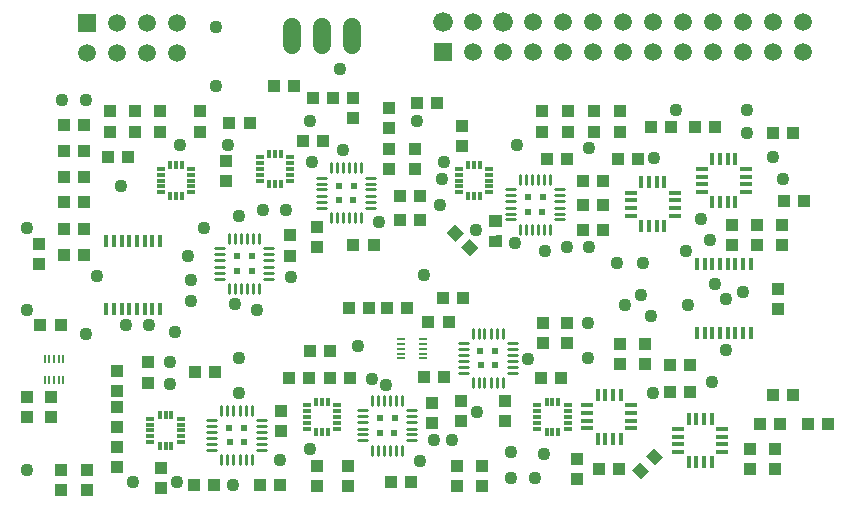
<source format=gts>
G75*
G70*
%OFA0B0*%
%FSLAX24Y24*%
%IPPOS*%
%LPD*%
%AMOC8*
5,1,8,0,0,1.08239X$1,22.5*
%
%ADD10R,0.0190X0.0190*%
%ADD11C,0.0100*%
%ADD12R,0.0315X0.0118*%
%ADD13R,0.0118X0.0315*%
%ADD14R,0.0394X0.0433*%
%ADD15R,0.0433X0.0394*%
%ADD16R,0.0394X0.0157*%
%ADD17R,0.0157X0.0394*%
%ADD18R,0.0315X0.0087*%
%ADD19R,0.0087X0.0315*%
%ADD20R,0.0120X0.0390*%
%ADD21C,0.0600*%
%ADD22R,0.0594X0.0594*%
%ADD23C,0.0660*%
%ADD24C,0.0594*%
%ADD25C,0.0436*%
D10*
X008873Y003243D03*
X008868Y003718D03*
X009368Y003718D03*
X009353Y003243D03*
X013881Y003557D03*
X013876Y004032D03*
X014376Y004032D03*
X014361Y003557D03*
X017243Y005806D03*
X017723Y005806D03*
X017738Y006281D03*
X017238Y006281D03*
X018818Y010924D03*
X019298Y010924D03*
X019313Y011399D03*
X018813Y011399D03*
X013013Y011792D03*
X012513Y011792D03*
X012518Y011317D03*
X012998Y011317D03*
X009628Y009430D03*
X009128Y009430D03*
X009133Y008955D03*
X009613Y008955D03*
D11*
X010034Y008893D02*
X010334Y008893D01*
X010334Y008695D02*
X010034Y008695D01*
X009869Y008520D02*
X009869Y008220D01*
X009670Y008220D02*
X009670Y008520D01*
X009472Y008520D02*
X009472Y008220D01*
X009261Y008220D02*
X009261Y008520D01*
X009063Y008520D02*
X009063Y008220D01*
X008864Y008220D02*
X008864Y008520D01*
X008699Y008695D02*
X008399Y008695D01*
X008399Y008893D02*
X008699Y008893D01*
X008699Y009092D02*
X008399Y009092D01*
X008399Y009303D02*
X008699Y009303D01*
X008699Y009500D02*
X008399Y009500D01*
X008399Y009700D02*
X008699Y009700D01*
X008864Y009875D02*
X008864Y010175D01*
X009063Y010175D02*
X009063Y009875D01*
X009261Y009875D02*
X009261Y010175D01*
X009472Y010175D02*
X009472Y009875D01*
X009670Y009875D02*
X009670Y010175D01*
X009869Y010175D02*
X009869Y009875D01*
X010034Y009700D02*
X010334Y009700D01*
X010334Y009500D02*
X010034Y009500D01*
X010034Y009303D02*
X010334Y009303D01*
X010334Y009092D02*
X010034Y009092D01*
X012250Y010582D02*
X012250Y010882D01*
X012448Y010882D02*
X012448Y010582D01*
X012647Y010582D02*
X012647Y010882D01*
X012858Y010882D02*
X012858Y010582D01*
X013055Y010582D02*
X013055Y010882D01*
X013255Y010882D02*
X013255Y010582D01*
X013420Y011057D02*
X013720Y011057D01*
X013720Y011255D02*
X013420Y011255D01*
X013420Y011454D02*
X013720Y011454D01*
X013720Y011665D02*
X013420Y011665D01*
X013420Y011862D02*
X013720Y011862D01*
X013720Y012062D02*
X013420Y012062D01*
X013255Y012237D02*
X013255Y012537D01*
X013055Y012537D02*
X013055Y012237D01*
X012858Y012237D02*
X012858Y012537D01*
X012647Y012537D02*
X012647Y012237D01*
X012448Y012237D02*
X012448Y012537D01*
X012250Y012537D02*
X012250Y012237D01*
X012085Y012062D02*
X011785Y012062D01*
X011785Y011862D02*
X012085Y011862D01*
X012085Y011665D02*
X011785Y011665D01*
X011785Y011454D02*
X012085Y011454D01*
X012085Y011255D02*
X011785Y011255D01*
X011785Y011057D02*
X012085Y011057D01*
X018084Y011060D02*
X018384Y011060D01*
X018384Y010862D02*
X018084Y010862D01*
X018084Y010663D02*
X018384Y010663D01*
X018549Y010488D02*
X018549Y010188D01*
X018748Y010188D02*
X018748Y010488D01*
X018946Y010488D02*
X018946Y010188D01*
X019157Y010188D02*
X019157Y010488D01*
X019355Y010488D02*
X019355Y010188D01*
X019554Y010188D02*
X019554Y010488D01*
X019719Y010663D02*
X020019Y010663D01*
X020019Y010862D02*
X019719Y010862D01*
X019719Y011060D02*
X020019Y011060D01*
X020019Y011271D02*
X019719Y011271D01*
X019719Y011469D02*
X020019Y011469D01*
X020019Y011668D02*
X019719Y011668D01*
X019554Y011843D02*
X019554Y012143D01*
X019355Y012143D02*
X019355Y011843D01*
X019157Y011843D02*
X019157Y012143D01*
X018946Y012143D02*
X018946Y011843D01*
X018748Y011843D02*
X018748Y012143D01*
X018549Y012143D02*
X018549Y011843D01*
X018384Y011668D02*
X018084Y011668D01*
X018084Y011469D02*
X018384Y011469D01*
X018384Y011271D02*
X018084Y011271D01*
X017979Y007025D02*
X017979Y006725D01*
X017780Y006725D02*
X017780Y007025D01*
X017582Y007025D02*
X017582Y006725D01*
X017371Y006725D02*
X017371Y007025D01*
X017173Y007025D02*
X017173Y006725D01*
X016974Y006725D02*
X016974Y007025D01*
X016809Y006550D02*
X016509Y006550D01*
X016509Y006351D02*
X016809Y006351D01*
X016809Y006153D02*
X016509Y006153D01*
X016509Y005942D02*
X016809Y005942D01*
X016809Y005744D02*
X016509Y005744D01*
X016509Y005545D02*
X016809Y005545D01*
X016974Y005370D02*
X016974Y005070D01*
X017173Y005070D02*
X017173Y005370D01*
X017371Y005370D02*
X017371Y005070D01*
X017582Y005070D02*
X017582Y005370D01*
X017780Y005370D02*
X017780Y005070D01*
X017979Y005070D02*
X017979Y005370D01*
X018144Y005545D02*
X018444Y005545D01*
X018444Y005744D02*
X018144Y005744D01*
X018144Y005942D02*
X018444Y005942D01*
X018444Y006153D02*
X018144Y006153D01*
X018144Y006351D02*
X018444Y006351D01*
X018444Y006550D02*
X018144Y006550D01*
X014617Y004777D02*
X014617Y004477D01*
X014418Y004477D02*
X014418Y004777D01*
X014220Y004777D02*
X014220Y004477D01*
X014009Y004477D02*
X014009Y004777D01*
X013811Y004777D02*
X013811Y004477D01*
X013612Y004477D02*
X013612Y004777D01*
X013447Y004302D02*
X013147Y004302D01*
X013147Y004103D02*
X013447Y004103D01*
X013447Y003905D02*
X013147Y003905D01*
X013147Y003694D02*
X013447Y003694D01*
X013447Y003496D02*
X013147Y003496D01*
X013147Y003297D02*
X013447Y003297D01*
X013612Y003122D02*
X013612Y002822D01*
X013811Y002822D02*
X013811Y003122D01*
X014009Y003122D02*
X014009Y002822D01*
X014220Y002822D02*
X014220Y003122D01*
X014418Y003122D02*
X014418Y002822D01*
X014617Y002822D02*
X014617Y003122D01*
X014782Y003297D02*
X015082Y003297D01*
X015082Y003496D02*
X014782Y003496D01*
X014782Y003694D02*
X015082Y003694D01*
X015082Y003905D02*
X014782Y003905D01*
X014782Y004103D02*
X015082Y004103D01*
X015082Y004302D02*
X014782Y004302D01*
X010074Y003987D02*
X009774Y003987D01*
X009774Y003788D02*
X010074Y003788D01*
X010074Y003590D02*
X009774Y003590D01*
X009774Y003379D02*
X010074Y003379D01*
X010074Y003181D02*
X009774Y003181D01*
X009774Y002982D02*
X010074Y002982D01*
X009609Y002807D02*
X009609Y002507D01*
X009410Y002507D02*
X009410Y002807D01*
X009212Y002807D02*
X009212Y002507D01*
X009001Y002507D02*
X009001Y002807D01*
X008803Y002807D02*
X008803Y002507D01*
X008604Y002507D02*
X008604Y002807D01*
X008439Y002982D02*
X008139Y002982D01*
X008139Y003181D02*
X008439Y003181D01*
X008439Y003379D02*
X008139Y003379D01*
X008139Y003590D02*
X008439Y003590D01*
X008439Y003788D02*
X008139Y003788D01*
X008139Y003987D02*
X008439Y003987D01*
X008604Y004162D02*
X008604Y004462D01*
X008803Y004462D02*
X008803Y004162D01*
X009001Y004162D02*
X009001Y004462D01*
X009212Y004462D02*
X009212Y004162D01*
X009410Y004162D02*
X009410Y004462D01*
X009609Y004462D02*
X009609Y004162D01*
D12*
X011459Y004087D03*
X011459Y003890D03*
X011459Y003693D03*
X011459Y004284D03*
X011459Y004481D03*
X012463Y004481D03*
X012463Y004284D03*
X012463Y004087D03*
X012463Y003890D03*
X012463Y003693D03*
X007243Y003630D03*
X007243Y003433D03*
X007243Y003237D03*
X007243Y003827D03*
X007243Y004024D03*
X006239Y004024D03*
X006239Y003827D03*
X006239Y003630D03*
X006239Y003433D03*
X006239Y003237D03*
X019136Y003693D03*
X019136Y003890D03*
X019136Y004087D03*
X019136Y004284D03*
X019136Y004481D03*
X020140Y004481D03*
X020140Y004284D03*
X020140Y004087D03*
X020140Y003890D03*
X020140Y003693D03*
X017522Y011567D03*
X017522Y011764D03*
X017522Y011961D03*
X017522Y012158D03*
X017522Y012355D03*
X016518Y012355D03*
X016518Y012158D03*
X016518Y011961D03*
X016518Y011764D03*
X016518Y011567D03*
X010888Y011961D03*
X010888Y012158D03*
X010888Y012355D03*
X010888Y012552D03*
X010888Y012748D03*
X009884Y012748D03*
X009884Y012552D03*
X009884Y012355D03*
X009884Y012158D03*
X009884Y011961D03*
X007581Y011961D03*
X007581Y011764D03*
X007581Y011567D03*
X007581Y012158D03*
X007581Y012355D03*
X006577Y012355D03*
X006577Y012158D03*
X006577Y011961D03*
X006577Y011764D03*
X006577Y011567D03*
D13*
X006882Y011459D03*
X007079Y011459D03*
X007276Y011459D03*
X007276Y012463D03*
X007079Y012463D03*
X006882Y012463D03*
X010189Y012857D03*
X010386Y012857D03*
X010583Y012857D03*
X010583Y011853D03*
X010386Y011853D03*
X010189Y011853D03*
X016823Y011459D03*
X017020Y011459D03*
X017217Y011459D03*
X017217Y012463D03*
X017020Y012463D03*
X016823Y012463D03*
X019441Y004589D03*
X019638Y004589D03*
X019835Y004589D03*
X019835Y003585D03*
X019638Y003585D03*
X019441Y003585D03*
X012158Y003585D03*
X011961Y003585D03*
X011764Y003585D03*
X011764Y004589D03*
X011961Y004589D03*
X012158Y004589D03*
X006937Y004132D03*
X006741Y004132D03*
X006544Y004132D03*
X006544Y003128D03*
X006741Y003128D03*
X006937Y003128D03*
D14*
X005111Y003083D03*
X005111Y002414D03*
X005111Y003752D03*
X005111Y004422D03*
X005111Y004953D03*
X005111Y005622D03*
X006154Y005898D03*
X006154Y005229D03*
X007709Y005583D03*
X008378Y005583D03*
X010603Y004284D03*
X010603Y003615D03*
X008359Y001823D03*
X007689Y001823D03*
X002926Y004087D03*
X002119Y004087D03*
X002119Y004756D03*
X002926Y004756D03*
X003241Y007158D03*
X002571Y007158D03*
X003359Y009481D03*
X004028Y009481D03*
X004028Y010347D03*
X003359Y010347D03*
X004894Y013595D03*
X004894Y014264D03*
X005721Y014264D03*
X005721Y013595D03*
X011331Y013280D03*
X012000Y013280D03*
X012985Y014048D03*
X012985Y014717D03*
X014185Y014382D03*
X014185Y013713D03*
X014185Y013004D03*
X015071Y013004D03*
X015071Y012335D03*
X014185Y012335D03*
X010898Y010130D03*
X010898Y009461D03*
X015504Y007237D03*
X016174Y007237D03*
X015996Y008044D03*
X016666Y008044D03*
X019323Y007217D03*
X019323Y006548D03*
X020130Y006548D03*
X020130Y007217D03*
X021902Y006528D03*
X022729Y006528D03*
X022729Y005859D03*
X021902Y005859D03*
X023556Y005819D03*
X024225Y005819D03*
X024225Y004914D03*
X023556Y004914D03*
X026213Y003024D03*
X026213Y002355D03*
X027040Y002355D03*
X027040Y003024D03*
X028162Y003831D03*
X028831Y003831D03*
G36*
X022752Y002782D02*
X023031Y003061D01*
X023336Y002756D01*
X023057Y002477D01*
X022752Y002782D01*
G37*
G36*
X022279Y002308D02*
X022558Y002587D01*
X022863Y002282D01*
X022584Y002003D01*
X022279Y002308D01*
G37*
X020445Y002020D03*
X020445Y002689D03*
X018044Y003949D03*
X018044Y004619D03*
X016016Y005426D03*
X015347Y005426D03*
X015622Y004540D03*
X015622Y003870D03*
X016469Y002453D03*
X016469Y001784D03*
X017276Y001784D03*
X017276Y002453D03*
X012237Y006272D03*
X011567Y006272D03*
G36*
X017534Y009736D02*
X017533Y010129D01*
X017964Y010130D01*
X017965Y009737D01*
X017534Y009736D01*
G37*
G36*
X017533Y010406D02*
X017532Y010799D01*
X017963Y010800D01*
X017964Y010407D01*
X017533Y010406D01*
G37*
X021823Y012670D03*
X022493Y012670D03*
X022926Y013733D03*
X023595Y013733D03*
X019284Y013595D03*
X019284Y014264D03*
X025622Y010485D03*
X025622Y009815D03*
X026449Y009815D03*
X026449Y010485D03*
D15*
X003260Y001646D03*
X004107Y001646D03*
X004107Y002315D03*
X003260Y002315D03*
X006587Y002374D03*
X006587Y001705D03*
X009874Y001823D03*
X010544Y001823D03*
X011784Y001784D03*
X011784Y002453D03*
X012827Y002453D03*
X012827Y001784D03*
X014264Y001922D03*
X014933Y001922D03*
X016587Y003949D03*
X016587Y004619D03*
X019264Y005386D03*
X019933Y005386D03*
X021174Y002355D03*
X021843Y002355D03*
X026548Y003831D03*
X027217Y003831D03*
X026981Y004796D03*
X027650Y004796D03*
X027158Y007689D03*
X027158Y008359D03*
X027296Y009815D03*
X027296Y010485D03*
X027355Y011272D03*
X028024Y011272D03*
X027650Y013536D03*
X026981Y013536D03*
X025071Y013733D03*
X024402Y013733D03*
X021882Y013595D03*
X021016Y013595D03*
X021016Y014264D03*
X021882Y014264D03*
X020150Y014264D03*
X020150Y013595D03*
X020111Y012670D03*
X019441Y012670D03*
X020642Y011941D03*
X021311Y011941D03*
X021311Y011134D03*
X020642Y011134D03*
X020642Y010327D03*
X021311Y010327D03*
G36*
X016870Y010028D02*
X017176Y009725D01*
X016898Y009446D01*
X016592Y009749D01*
X016870Y010028D01*
G37*
G36*
X016395Y010500D02*
X016701Y010197D01*
X016423Y009918D01*
X016117Y010221D01*
X016395Y010500D01*
G37*
X015229Y010642D03*
X014559Y010642D03*
X014559Y011449D03*
X015229Y011449D03*
X016607Y013122D03*
X016607Y013792D03*
X015800Y014540D03*
X015130Y014540D03*
X012315Y014717D03*
X011646Y014717D03*
X011016Y015111D03*
X010347Y015111D03*
X009540Y013890D03*
X008870Y013890D03*
X007886Y013595D03*
X007886Y014264D03*
X006548Y014264D03*
X006548Y013595D03*
X005485Y012748D03*
X004815Y012748D03*
X004028Y012945D03*
X003359Y012945D03*
X003359Y013811D03*
X004028Y013811D03*
X004028Y012079D03*
X003359Y012079D03*
X003359Y011252D03*
X004028Y011252D03*
X002512Y009847D03*
X002512Y009178D03*
X008752Y011941D03*
X008752Y012611D03*
X011784Y010426D03*
X013004Y009815D03*
X013674Y009815D03*
X011784Y009756D03*
X012867Y007729D03*
X013536Y007729D03*
X014126Y007729D03*
X014796Y007729D03*
X012886Y005367D03*
X012217Y005367D03*
X011528Y005367D03*
X010859Y005367D03*
D16*
X020800Y004471D03*
X020800Y004215D03*
X020800Y003959D03*
X020800Y003703D03*
X022256Y003703D03*
X022256Y003959D03*
X022256Y004215D03*
X022256Y004471D03*
X023831Y003683D03*
X023831Y003428D03*
X023831Y003172D03*
X023831Y002916D03*
X025288Y002916D03*
X025288Y003172D03*
X025288Y003428D03*
X025288Y003683D03*
X023713Y010790D03*
X023713Y011046D03*
X023713Y011302D03*
X023713Y011557D03*
X024619Y011577D03*
X024619Y011833D03*
X024619Y012089D03*
X024619Y012345D03*
X026075Y012345D03*
X026075Y012089D03*
X026075Y011833D03*
X026075Y011577D03*
X022256Y011557D03*
X022256Y011302D03*
X022256Y011046D03*
X022256Y010790D03*
D17*
X022601Y010445D03*
X022857Y010445D03*
X023113Y010445D03*
X023369Y010445D03*
X024963Y011233D03*
X025219Y011233D03*
X025475Y011233D03*
X025731Y011233D03*
X025731Y012689D03*
X025475Y012689D03*
X025219Y012689D03*
X024963Y012689D03*
X023369Y011902D03*
X023113Y011902D03*
X022857Y011902D03*
X022601Y011902D03*
X021912Y004815D03*
X021656Y004815D03*
X021400Y004815D03*
X021144Y004815D03*
X021144Y003359D03*
X021400Y003359D03*
X021656Y003359D03*
X021912Y003359D03*
X024176Y004028D03*
X024431Y004028D03*
X024687Y004028D03*
X024943Y004028D03*
X024943Y002571D03*
X024687Y002571D03*
X024431Y002571D03*
X024176Y002571D03*
D18*
X015311Y006036D03*
X015311Y006193D03*
X015311Y006351D03*
X015311Y006508D03*
X015311Y006666D03*
X014595Y006666D03*
X014595Y006508D03*
X014595Y006351D03*
X014595Y006193D03*
X014595Y006036D03*
D19*
X003339Y006020D03*
X003181Y006020D03*
X003024Y006020D03*
X002867Y006020D03*
X002709Y006020D03*
X002709Y005304D03*
X002867Y005304D03*
X003024Y005304D03*
X003181Y005304D03*
X003339Y005304D03*
D20*
X004766Y007663D03*
X005022Y007663D03*
X005278Y007663D03*
X005534Y007663D03*
X005790Y007663D03*
X006046Y007663D03*
X006302Y007663D03*
X006557Y007663D03*
X006557Y009960D03*
X006302Y009960D03*
X006046Y009960D03*
X005790Y009960D03*
X005534Y009960D03*
X005278Y009960D03*
X005022Y009960D03*
X004766Y009960D03*
X024451Y009173D03*
X024707Y009173D03*
X024963Y009173D03*
X025219Y009173D03*
X025475Y009173D03*
X025731Y009173D03*
X025987Y009173D03*
X026243Y009173D03*
X026243Y006875D03*
X025987Y006875D03*
X025731Y006875D03*
X025475Y006875D03*
X025219Y006875D03*
X024963Y006875D03*
X024707Y006875D03*
X024451Y006875D03*
D21*
X012961Y016464D02*
X012961Y017064D01*
X011961Y017064D02*
X011961Y016464D01*
X010961Y016464D02*
X010961Y017064D01*
D22*
X015996Y016241D03*
X004130Y017201D03*
D23*
X015996Y017241D03*
X017996Y017241D03*
D24*
X016996Y017241D03*
X016996Y016241D03*
X017996Y016241D03*
X018996Y016241D03*
X019996Y016241D03*
X020996Y016241D03*
X021996Y016241D03*
X022996Y016241D03*
X023996Y016241D03*
X024996Y016241D03*
X025996Y016241D03*
X026996Y016241D03*
X027996Y016241D03*
X027996Y017241D03*
X026996Y017241D03*
X025996Y017241D03*
X024996Y017241D03*
X023996Y017241D03*
X022996Y017241D03*
X021996Y017241D03*
X020996Y017241D03*
X019996Y017241D03*
X018996Y017241D03*
X007130Y017201D03*
X006130Y017201D03*
X005130Y017201D03*
X005130Y016201D03*
X004130Y016201D03*
X006130Y016201D03*
X007130Y016201D03*
D25*
X008418Y017079D03*
X008418Y015111D03*
X008811Y013142D03*
X007237Y013142D03*
X005268Y011764D03*
X008024Y010386D03*
X009205Y010780D03*
X009993Y010977D03*
X010741Y010977D03*
X011613Y012577D03*
X012670Y012985D03*
X011567Y013930D03*
X012552Y015681D03*
X015111Y013930D03*
X016036Y012591D03*
X015957Y012020D03*
X015898Y011134D03*
X017099Y010327D03*
X018398Y009874D03*
X019382Y009619D03*
X020111Y009756D03*
X020859Y009737D03*
X021804Y009205D03*
X022670Y009205D03*
X024087Y009599D03*
X024894Y009993D03*
X024579Y010681D03*
X027315Y012020D03*
X026981Y012748D03*
X026134Y013536D03*
X026134Y014323D03*
X023772Y014323D03*
X023024Y012709D03*
X020859Y013044D03*
X018457Y013142D03*
X013851Y010583D03*
X015347Y008811D03*
X013142Y006430D03*
X013615Y005347D03*
X014087Y005130D03*
X015701Y003300D03*
X016292Y003300D03*
X015209Y002611D03*
X017138Y004244D03*
X018260Y002906D03*
X018260Y002040D03*
X019048Y002040D03*
X019363Y002847D03*
X022985Y004874D03*
X024953Y005248D03*
X025406Y006311D03*
X024166Y007807D03*
X025052Y008516D03*
X025426Y008024D03*
X025977Y008260D03*
X022906Y007453D03*
X022591Y008162D03*
X022040Y007807D03*
X020819Y007197D03*
X020819Y006036D03*
X018811Y006016D03*
X011548Y003004D03*
X010563Y002630D03*
X008989Y001823D03*
X007119Y001922D03*
X005642Y001922D03*
X002119Y002315D03*
X006902Y005170D03*
X006902Y005898D03*
X007040Y006902D03*
X006193Y007158D03*
X005426Y007158D03*
X004087Y006843D03*
X002119Y007630D03*
X004461Y008772D03*
X002119Y010386D03*
X007473Y009441D03*
X007591Y008654D03*
X007591Y007945D03*
X009067Y007847D03*
X009776Y007650D03*
X010918Y008733D03*
X009205Y006056D03*
X009205Y004874D03*
X004087Y014638D03*
X003300Y014638D03*
M02*

</source>
